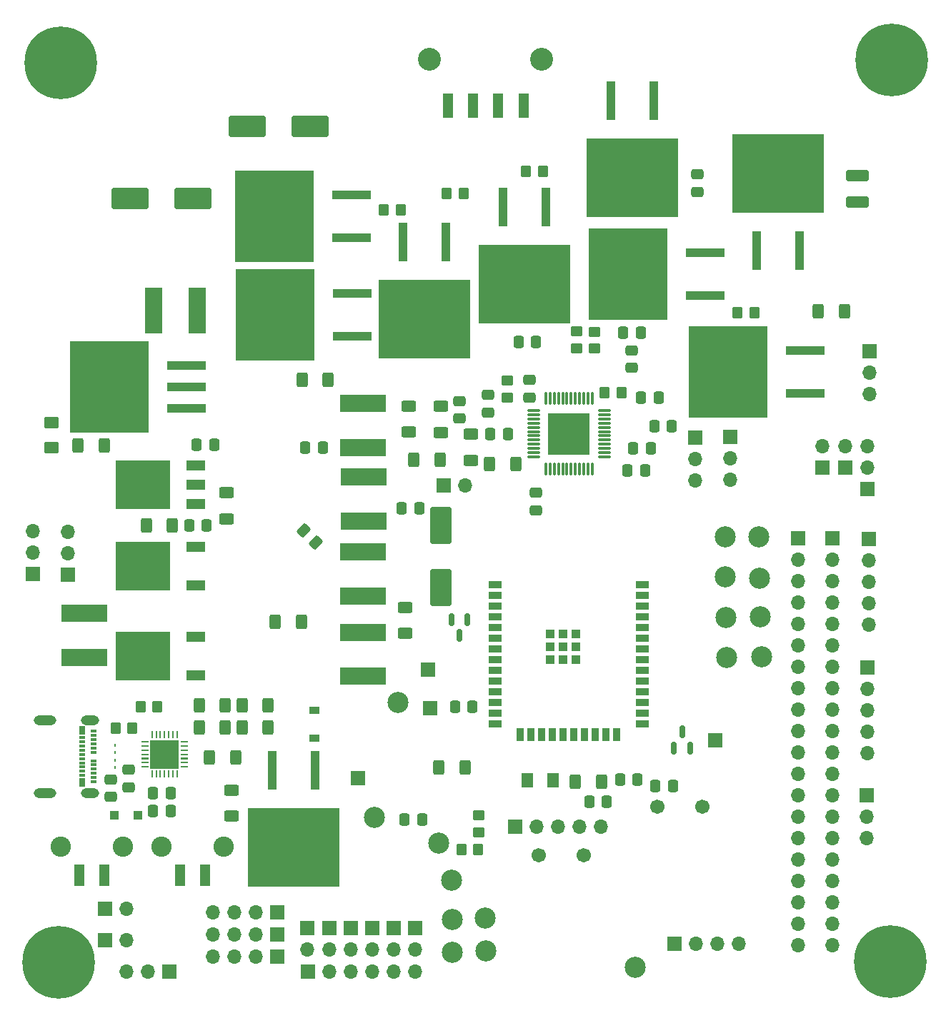
<source format=gbr>
%TF.GenerationSoftware,KiCad,Pcbnew,6.0.4-6f826c9f35~116~ubuntu20.04.1*%
%TF.CreationDate,2022-04-10T19:12:30+02:00*%
%TF.ProjectId,THEIA,54484549-412e-46b6-9963-61645f706362,rev?*%
%TF.SameCoordinates,Original*%
%TF.FileFunction,Soldermask,Top*%
%TF.FilePolarity,Negative*%
%FSLAX46Y46*%
G04 Gerber Fmt 4.6, Leading zero omitted, Abs format (unit mm)*
G04 Created by KiCad (PCBNEW 6.0.4-6f826c9f35~116~ubuntu20.04.1) date 2022-04-10 19:12:30*
%MOMM*%
%LPD*%
G01*
G04 APERTURE LIST*
G04 Aperture macros list*
%AMRoundRect*
0 Rectangle with rounded corners*
0 $1 Rounding radius*
0 $2 $3 $4 $5 $6 $7 $8 $9 X,Y pos of 4 corners*
0 Add a 4 corners polygon primitive as box body*
4,1,4,$2,$3,$4,$5,$6,$7,$8,$9,$2,$3,0*
0 Add four circle primitives for the rounded corners*
1,1,$1+$1,$2,$3*
1,1,$1+$1,$4,$5*
1,1,$1+$1,$6,$7*
1,1,$1+$1,$8,$9*
0 Add four rect primitives between the rounded corners*
20,1,$1+$1,$2,$3,$4,$5,0*
20,1,$1+$1,$4,$5,$6,$7,0*
20,1,$1+$1,$6,$7,$8,$9,0*
20,1,$1+$1,$8,$9,$2,$3,0*%
G04 Aperture macros list end*
%ADD10R,1.500000X0.900000*%
%ADD11R,0.900000X1.500000*%
%ADD12R,1.050000X1.050000*%
%ADD13R,1.700000X1.700000*%
%ADD14O,1.700000X1.700000*%
%ADD15RoundRect,0.250000X-0.400000X-0.625000X0.400000X-0.625000X0.400000X0.625000X-0.400000X0.625000X0*%
%ADD16RoundRect,0.250001X0.462499X0.624999X-0.462499X0.624999X-0.462499X-0.624999X0.462499X-0.624999X0*%
%ADD17C,1.701800*%
%ADD18C,0.900000*%
%ADD19C,8.600000*%
%ADD20RoundRect,0.250000X0.400000X0.625000X-0.400000X0.625000X-0.400000X-0.625000X0.400000X-0.625000X0*%
%ADD21R,1.100000X1.100000*%
%ADD22R,1.100000X4.600000*%
%ADD23R,10.800000X9.400000*%
%ADD24R,0.250000X0.360000*%
%ADD25R,5.520000X2.000000*%
%ADD26RoundRect,0.250000X0.574524X0.097227X0.097227X0.574524X-0.574524X-0.097227X-0.097227X-0.574524X0*%
%ADD27RoundRect,0.250000X0.625000X-0.400000X0.625000X0.400000X-0.625000X0.400000X-0.625000X-0.400000X0*%
%ADD28RoundRect,0.250000X-0.337500X-0.475000X0.337500X-0.475000X0.337500X0.475000X-0.337500X0.475000X0*%
%ADD29R,0.965200X0.254000*%
%ADD30R,0.254000X0.965200*%
%ADD31R,3.352800X3.352800*%
%ADD32RoundRect,0.250000X-0.350000X-0.450000X0.350000X-0.450000X0.350000X0.450000X-0.350000X0.450000X0*%
%ADD33RoundRect,0.250000X1.100000X-0.412500X1.100000X0.412500X-1.100000X0.412500X-1.100000X-0.412500X0*%
%ADD34RoundRect,0.250000X-0.475000X0.337500X-0.475000X-0.337500X0.475000X-0.337500X0.475000X0.337500X0*%
%ADD35RoundRect,0.250000X0.337500X0.475000X-0.337500X0.475000X-0.337500X-0.475000X0.337500X-0.475000X0*%
%ADD36RoundRect,0.250000X0.350000X0.450000X-0.350000X0.450000X-0.350000X-0.450000X0.350000X-0.450000X0*%
%ADD37C,0.660400*%
%ADD38O,2.667000X1.168400*%
%ADD39O,2.159000X1.168400*%
%ADD40R,0.762000X0.330200*%
%ADD41R,0.762000X1.041400*%
%ADD42C,2.500000*%
%ADD43R,4.600000X1.100000*%
%ADD44R,9.400000X10.800000*%
%ADD45RoundRect,0.150000X0.150000X-0.587500X0.150000X0.587500X-0.150000X0.587500X-0.150000X-0.587500X0*%
%ADD46RoundRect,0.075000X-0.662500X-0.075000X0.662500X-0.075000X0.662500X0.075000X-0.662500X0.075000X0*%
%ADD47RoundRect,0.075000X-0.075000X-0.662500X0.075000X-0.662500X0.075000X0.662500X-0.075000X0.662500X0*%
%ADD48R,5.000000X5.000000*%
%ADD49RoundRect,0.250000X0.450000X-0.350000X0.450000X0.350000X-0.450000X0.350000X-0.450000X-0.350000X0*%
%ADD50RoundRect,0.250000X-0.625000X0.400000X-0.625000X-0.400000X0.625000X-0.400000X0.625000X0.400000X0*%
%ADD51RoundRect,0.250001X-0.624999X0.462499X-0.624999X-0.462499X0.624999X-0.462499X0.624999X0.462499X0*%
%ADD52R,1.200000X0.900000*%
%ADD53R,2.200000X1.200000*%
%ADD54R,6.400000X5.800000*%
%ADD55R,2.000000X5.520000*%
%ADD56RoundRect,0.250000X0.475000X-0.337500X0.475000X0.337500X-0.475000X0.337500X-0.475000X-0.337500X0*%
%ADD57R,1.270000X2.920000*%
%ADD58C,2.710000*%
%ADD59C,2.410000*%
%ADD60R,1.270000X2.540000*%
%ADD61RoundRect,0.250000X1.950000X1.000000X-1.950000X1.000000X-1.950000X-1.000000X1.950000X-1.000000X0*%
%ADD62RoundRect,0.150000X-0.150000X0.587500X-0.150000X-0.587500X0.150000X-0.587500X0.150000X0.587500X0*%
%ADD63RoundRect,0.250000X1.000000X-1.950000X1.000000X1.950000X-1.000000X1.950000X-1.000000X-1.950000X0*%
G04 APERTURE END LIST*
D10*
%TO.C,U3*%
X161050000Y-111690000D03*
X161050000Y-112960000D03*
X161050000Y-114230000D03*
X161050000Y-115500000D03*
X161050000Y-116770000D03*
X161050000Y-118040000D03*
X161050000Y-119310000D03*
X161050000Y-120580000D03*
X161050000Y-121850000D03*
X161050000Y-123120000D03*
X161050000Y-124390000D03*
X161050000Y-125660000D03*
X161050000Y-126930000D03*
X161050000Y-128200000D03*
D11*
X164080000Y-129450000D03*
X165350000Y-129450000D03*
X166620000Y-129450000D03*
X167890000Y-129450000D03*
X169160000Y-129450000D03*
X170430000Y-129450000D03*
X171700000Y-129450000D03*
X172970000Y-129450000D03*
X174240000Y-129450000D03*
X175510000Y-129450000D03*
D10*
X178550000Y-128200000D03*
X178550000Y-126930000D03*
X178550000Y-125660000D03*
X178550000Y-124390000D03*
X178550000Y-123120000D03*
X178550000Y-121850000D03*
X178550000Y-120580000D03*
X178550000Y-119310000D03*
X178550000Y-118040000D03*
X178550000Y-116770000D03*
X178550000Y-115500000D03*
X178550000Y-114230000D03*
X178550000Y-112960000D03*
X178550000Y-111690000D03*
D12*
X169120000Y-120555000D03*
X167595000Y-120555000D03*
X169120000Y-119030000D03*
X167595000Y-119030000D03*
X170645000Y-119030000D03*
X169120000Y-117505000D03*
X167595000Y-117505000D03*
X170645000Y-120555000D03*
X170645000Y-117505000D03*
%TD*%
D13*
%TO.C,J7*%
X205232000Y-121539000D03*
D14*
X205232000Y-124079000D03*
X205232000Y-126619000D03*
X205232000Y-129159000D03*
X205232000Y-131699000D03*
%TD*%
D13*
%TO.C,J9*%
X205359000Y-106299000D03*
D14*
X205359000Y-108839000D03*
X205359000Y-111379000D03*
X205359000Y-113919000D03*
X205359000Y-116459000D03*
%TD*%
D15*
%TO.C,R3*%
X170611200Y-135051800D03*
X173711200Y-135051800D03*
%TD*%
D16*
%TO.C,D1*%
X167908300Y-134874000D03*
X164933300Y-134874000D03*
%TD*%
D17*
%TO.C,U2*%
X180306200Y-138069000D03*
X185606200Y-138069000D03*
%TD*%
D18*
%TO.C,H3*%
X208100000Y-52725000D03*
X211325000Y-49500000D03*
X205819581Y-47219581D03*
X210380419Y-47219581D03*
D19*
X208100000Y-49500000D03*
D18*
X208100000Y-46275000D03*
X210380419Y-51780419D03*
X205819581Y-51780419D03*
X204875000Y-49500000D03*
%TD*%
D20*
%TO.C,R27*%
X130352800Y-132181600D03*
X127252800Y-132181600D03*
%TD*%
D21*
%TO.C,D4*%
X118798800Y-139039600D03*
X115998800Y-139039600D03*
%TD*%
D22*
%TO.C,Q6*%
X167081200Y-66894400D03*
D23*
X164541200Y-76044400D03*
D22*
X162001200Y-66894400D03*
%TD*%
D15*
%TO.C,R21*%
X111683200Y-95199200D03*
X114783200Y-95199200D03*
%TD*%
D24*
%TO.C,D5*%
X116078000Y-130745600D03*
X116078000Y-131585600D03*
%TD*%
D18*
%TO.C,H4*%
X106175000Y-156500000D03*
X111680419Y-158780419D03*
X107119581Y-158780419D03*
X112625000Y-156500000D03*
X107119581Y-154219581D03*
D19*
X109400000Y-156500000D03*
D18*
X109400000Y-159725000D03*
X111680419Y-154219581D03*
X109400000Y-153275000D03*
%TD*%
D13*
%TO.C,JP6*%
X144018000Y-152400000D03*
D14*
X144018000Y-154940000D03*
%TD*%
D25*
%TO.C,C25*%
X145440400Y-113042200D03*
X145440400Y-107836200D03*
%TD*%
D26*
%TO.C,C7*%
X139877800Y-106705400D03*
X138410554Y-105238154D03*
%TD*%
D27*
%TO.C,R2*%
X150444200Y-117475600D03*
X150444200Y-114375600D03*
%TD*%
D28*
%TO.C,C2*%
X175873500Y-134848600D03*
X177948500Y-134848600D03*
%TD*%
D29*
%TO.C,U8*%
X119595089Y-130320267D03*
X119595089Y-130820266D03*
X119595089Y-131320268D03*
X119595089Y-131820267D03*
X119595089Y-132320266D03*
X119595089Y-132820268D03*
X119595089Y-133320267D03*
D30*
X120419189Y-134144367D03*
X120919188Y-134144367D03*
X121419190Y-134144367D03*
X121919189Y-134144367D03*
X122419188Y-134144367D03*
X122919190Y-134144367D03*
X123419189Y-134144367D03*
D29*
X124243289Y-133320267D03*
X124243289Y-132820268D03*
X124243289Y-132320266D03*
X124243289Y-131820267D03*
X124243289Y-131320268D03*
X124243289Y-130820266D03*
X124243289Y-130320267D03*
D30*
X123419189Y-129496167D03*
X122919190Y-129496167D03*
X122419188Y-129496167D03*
X121919189Y-129496167D03*
X121419190Y-129496167D03*
X120919188Y-129496167D03*
X120419189Y-129496167D03*
D31*
X121919189Y-131820267D03*
%TD*%
D13*
%TO.C,J13*%
X135305800Y-153212800D03*
D14*
X132765800Y-153212800D03*
X130225800Y-153212800D03*
X127685800Y-153212800D03*
%TD*%
D13*
%TO.C,J10*%
X138912600Y-157607000D03*
D14*
X141452600Y-157607000D03*
X143992600Y-157607000D03*
X146532600Y-157607000D03*
X149072600Y-157607000D03*
X151612600Y-157607000D03*
%TD*%
D32*
%TO.C,R13*%
X189804800Y-79425800D03*
X191804800Y-79425800D03*
%TD*%
D33*
%TO.C,C20*%
X204012800Y-66332500D03*
X204012800Y-63207500D03*
%TD*%
D34*
%TO.C,C24*%
X185039000Y-63046700D03*
X185039000Y-65121700D03*
%TD*%
D13*
%TO.C,J4*%
X205105000Y-136652000D03*
D14*
X205105000Y-139192000D03*
X205105000Y-141732000D03*
%TD*%
D28*
%TO.C,C3*%
X172241300Y-137414000D03*
X174316300Y-137414000D03*
%TD*%
D35*
%TO.C,C34*%
X122652700Y-138531600D03*
X120577700Y-138531600D03*
%TD*%
D13*
%TO.C,J14*%
X196977000Y-106172000D03*
D14*
X196977000Y-108712000D03*
X196977000Y-111252000D03*
X196977000Y-113792000D03*
X196977000Y-116332000D03*
X196977000Y-118872000D03*
X196977000Y-121412000D03*
X196977000Y-123952000D03*
X196977000Y-126492000D03*
X196977000Y-129032000D03*
X196977000Y-131572000D03*
X196977000Y-134112000D03*
X196977000Y-136652000D03*
X196977000Y-139192000D03*
X196977000Y-141732000D03*
X196977000Y-144272000D03*
X196977000Y-146812000D03*
X196977000Y-149352000D03*
X196977000Y-151892000D03*
X196977000Y-154432000D03*
%TD*%
D32*
%TO.C,R6*%
X155362400Y-65303400D03*
X157362400Y-65303400D03*
%TD*%
D36*
%TO.C,R19*%
X166760400Y-62687200D03*
X164760400Y-62687200D03*
%TD*%
D18*
%TO.C,H1*%
X205619581Y-154119581D03*
X207900000Y-153175000D03*
X207900000Y-159625000D03*
D19*
X207900000Y-156400000D03*
D18*
X210180419Y-154119581D03*
X210180419Y-158680419D03*
X204675000Y-156400000D03*
X205619581Y-158680419D03*
X211125000Y-156400000D03*
%TD*%
D37*
%TO.C,J25*%
X112593400Y-136400002D03*
X113584000Y-127759998D03*
X108478000Y-136400002D03*
X106979400Y-136400002D03*
X112593400Y-127759998D03*
X113584000Y-136400002D03*
X106979400Y-127759998D03*
X108478000Y-127759998D03*
D38*
X107728700Y-127759998D03*
X107728700Y-136400002D03*
D39*
X113088700Y-127759998D03*
X113088700Y-136400002D03*
D40*
X113467701Y-129080000D03*
X113467701Y-129579999D03*
X113467701Y-130080001D03*
X113467701Y-130580000D03*
X113467701Y-131079999D03*
X113467701Y-131580000D03*
X113467701Y-132580000D03*
X113467701Y-133080001D03*
X113467701Y-133580000D03*
X113467701Y-134079999D03*
X113467701Y-134580001D03*
X113467701Y-135080000D03*
D41*
X112167699Y-135180000D03*
D40*
X112167699Y-134330001D03*
X112167699Y-133829999D03*
X112167699Y-133330000D03*
X112167699Y-132830001D03*
X112167699Y-132330000D03*
X112167699Y-131830000D03*
X112167699Y-131329999D03*
X112167699Y-130830000D03*
X112167699Y-130330001D03*
X112167699Y-129829999D03*
D41*
X112167699Y-128980000D03*
%TD*%
D13*
%TO.C,JP2*%
X114853800Y-150164800D03*
D14*
X117393800Y-150164800D03*
%TD*%
D22*
%TO.C,Q3*%
X179851000Y-54336600D03*
D23*
X177311000Y-63486600D03*
D22*
X174771000Y-54336600D03*
%TD*%
D15*
%TO.C,R24*%
X154406000Y-133350000D03*
X157506000Y-133350000D03*
%TD*%
D13*
%TO.C,J22*%
X106324400Y-110475000D03*
D14*
X106324400Y-107935000D03*
X106324400Y-105395000D03*
%TD*%
D42*
%TO.C,TP8*%
X192709800Y-120294400D03*
%TD*%
D25*
%TO.C,C27*%
X145440400Y-90208600D03*
X145440400Y-95414600D03*
%TD*%
D43*
%TO.C,Q5*%
X144103400Y-70586600D03*
D44*
X134953400Y-68046600D03*
D43*
X144103400Y-65506600D03*
%TD*%
D25*
%TO.C,C30*%
X145440400Y-122541800D03*
X145440400Y-117335800D03*
%TD*%
D45*
%TO.C,Q10*%
X182285600Y-131061100D03*
X184185600Y-131061100D03*
X183235600Y-129186100D03*
%TD*%
D42*
%TO.C,TP13*%
X188468000Y-115595400D03*
%TD*%
D46*
%TO.C,IC1*%
X165687300Y-91052200D03*
X165687300Y-91552200D03*
X165687300Y-92052200D03*
X165687300Y-92552200D03*
X165687300Y-93052200D03*
X165687300Y-93552200D03*
X165687300Y-94052200D03*
X165687300Y-94552200D03*
X165687300Y-95052200D03*
X165687300Y-95552200D03*
X165687300Y-96052200D03*
X165687300Y-96552200D03*
D47*
X167099800Y-97964700D03*
X167599800Y-97964700D03*
X168099800Y-97964700D03*
X168599800Y-97964700D03*
X169099800Y-97964700D03*
X169599800Y-97964700D03*
X170099800Y-97964700D03*
X170599800Y-97964700D03*
X171099800Y-97964700D03*
X171599800Y-97964700D03*
X172099800Y-97964700D03*
X172599800Y-97964700D03*
D46*
X174012300Y-96552200D03*
X174012300Y-96052200D03*
X174012300Y-95552200D03*
X174012300Y-95052200D03*
X174012300Y-94552200D03*
X174012300Y-94052200D03*
X174012300Y-93552200D03*
X174012300Y-93052200D03*
X174012300Y-92552200D03*
X174012300Y-92052200D03*
X174012300Y-91552200D03*
X174012300Y-91052200D03*
D47*
X172599800Y-89639700D03*
X172099800Y-89639700D03*
X171599800Y-89639700D03*
X171099800Y-89639700D03*
X170599800Y-89639700D03*
X170099800Y-89639700D03*
X169599800Y-89639700D03*
X169099800Y-89639700D03*
X168599800Y-89639700D03*
X168099800Y-89639700D03*
X167599800Y-89639700D03*
X167099800Y-89639700D03*
D48*
X169849800Y-93802200D03*
%TD*%
D42*
%TO.C,TP5*%
X154406600Y-142341600D03*
%TD*%
D28*
%TO.C,C11*%
X176762500Y-98196400D03*
X178837500Y-98196400D03*
%TD*%
D49*
%TO.C,R8*%
X170713400Y-83677000D03*
X170713400Y-81677000D03*
%TD*%
D20*
%TO.C,R26*%
X129108800Y-125984000D03*
X126008800Y-125984000D03*
%TD*%
D18*
%TO.C,H2*%
X109600000Y-53025000D03*
X112825000Y-49800000D03*
X111880419Y-47519581D03*
X106375000Y-49800000D03*
D19*
X109600000Y-49800000D03*
D18*
X111880419Y-52080419D03*
X107319581Y-52080419D03*
X109600000Y-46575000D03*
X107319581Y-47519581D03*
%TD*%
D43*
%TO.C,Q7*%
X197849800Y-89001600D03*
D44*
X188699800Y-86461600D03*
D43*
X197849800Y-83921600D03*
%TD*%
D27*
%TO.C,R5*%
X158216600Y-96977800D03*
X158216600Y-93877800D03*
%TD*%
D35*
%TO.C,C14*%
X180463100Y-89535000D03*
X178388100Y-89535000D03*
%TD*%
D13*
%TO.C,JP4*%
X202568236Y-97815401D03*
D14*
X202568236Y-95275401D03*
%TD*%
D50*
%TO.C,R12*%
X150825200Y-90525000D03*
X150825200Y-93625000D03*
%TD*%
D34*
%TO.C,C19*%
X177266600Y-83900100D03*
X177266600Y-85975100D03*
%TD*%
D15*
%TO.C,R23*%
X119760400Y-104698800D03*
X122860400Y-104698800D03*
%TD*%
D42*
%TO.C,TP17*%
X146761200Y-139293600D03*
%TD*%
D49*
%TO.C,R17*%
X172872400Y-83702400D03*
X172872400Y-81702400D03*
%TD*%
D35*
%TO.C,C15*%
X182034000Y-92913200D03*
X179959000Y-92913200D03*
%TD*%
D51*
%TO.C,D3*%
X108508800Y-92492500D03*
X108508800Y-95467500D03*
%TD*%
D42*
%TO.C,TP6*%
X159969200Y-155143200D03*
%TD*%
D15*
%TO.C,R11*%
X151434200Y-96850200D03*
X154534200Y-96850200D03*
%TD*%
D52*
%TO.C,D2*%
X139700000Y-126620000D03*
X139700000Y-129920000D03*
%TD*%
D42*
%TO.C,TP11*%
X192354200Y-106019600D03*
%TD*%
D15*
%TO.C,R9*%
X160425800Y-97409000D03*
X163525800Y-97409000D03*
%TD*%
D42*
%TO.C,TP4*%
X177673000Y-157099000D03*
%TD*%
D17*
%TO.C,U1*%
X166285400Y-143809400D03*
X171585400Y-143809400D03*
%TD*%
D50*
%TO.C,R20*%
X129844800Y-136067200D03*
X129844800Y-139167200D03*
%TD*%
D28*
%TO.C,C29*%
X125708500Y-95148400D03*
X127783500Y-95148400D03*
%TD*%
D53*
%TO.C,U6*%
X125612000Y-102102000D03*
D54*
X119312000Y-99822000D03*
D53*
X125612000Y-99822000D03*
X125612000Y-97542000D03*
%TD*%
D13*
%TO.C,JP10*%
X141478000Y-152395000D03*
D14*
X141478000Y-154935000D03*
%TD*%
D13*
%TO.C,JP1*%
X114858800Y-153873200D03*
D14*
X117398800Y-153873200D03*
%TD*%
D13*
%TO.C,J24*%
X187147200Y-130149600D03*
%TD*%
%TO.C,J12*%
X135305800Y-150545800D03*
D14*
X132765800Y-150545800D03*
X130225800Y-150545800D03*
X127685800Y-150545800D03*
%TD*%
D28*
%TO.C,C6*%
X150016300Y-102666800D03*
X152091300Y-102666800D03*
%TD*%
D15*
%TO.C,R32*%
X126008800Y-128676400D03*
X129108800Y-128676400D03*
%TD*%
D42*
%TO.C,TP2*%
X156006800Y-151434800D03*
%TD*%
D35*
%TO.C,C1*%
X182139500Y-135559800D03*
X180064500Y-135559800D03*
%TD*%
D55*
%TO.C,C28*%
X125793000Y-79197200D03*
X120587000Y-79197200D03*
%TD*%
D42*
%TO.C,TP7*%
X188544200Y-120319800D03*
%TD*%
D29*
%TO.C,U8*%
X119595900Y-130326000D03*
X119595900Y-130825999D03*
X119595900Y-131326001D03*
X119595900Y-131826000D03*
X119595900Y-132325999D03*
X119595900Y-132826001D03*
X119595900Y-133326000D03*
D30*
X120420000Y-134150100D03*
X120919999Y-134150100D03*
X121420001Y-134150100D03*
X121920000Y-134150100D03*
X122419999Y-134150100D03*
X122920001Y-134150100D03*
X123420000Y-134150100D03*
D29*
X124244100Y-133326000D03*
X124244100Y-132826001D03*
X124244100Y-132325999D03*
X124244100Y-131826000D03*
X124244100Y-131326001D03*
X124244100Y-130825999D03*
X124244100Y-130326000D03*
D30*
X123420000Y-129501900D03*
X122920001Y-129501900D03*
X122419999Y-129501900D03*
X121920000Y-129501900D03*
X121420001Y-129501900D03*
X120919999Y-129501900D03*
X120420000Y-129501900D03*
D31*
X121920000Y-131826000D03*
%TD*%
D56*
%TO.C,C12*%
X165887400Y-102870000D03*
X165887400Y-100795000D03*
%TD*%
%TO.C,C16*%
X165125400Y-89505700D03*
X165125400Y-87430700D03*
%TD*%
D13*
%TO.C,JP7*%
X151612600Y-152400000D03*
D14*
X151612600Y-154940000D03*
%TD*%
D13*
%TO.C,J15*%
X201091800Y-106222800D03*
D14*
X201091800Y-108762800D03*
X201091800Y-111302800D03*
X201091800Y-113842800D03*
X201091800Y-116382800D03*
X201091800Y-118922800D03*
X201091800Y-121462800D03*
X201091800Y-124002800D03*
X201091800Y-126542800D03*
X201091800Y-129082800D03*
X201091800Y-131622800D03*
X201091800Y-134162800D03*
X201091800Y-136702800D03*
X201091800Y-139242800D03*
X201091800Y-141782800D03*
X201091800Y-144322800D03*
X201091800Y-146862800D03*
X201091800Y-149402800D03*
X201091800Y-151942800D03*
X201091800Y-154482800D03*
%TD*%
D13*
%TO.C,J11*%
X135295800Y-155854400D03*
D14*
X132755800Y-155854400D03*
X130215800Y-155854400D03*
X127675800Y-155854400D03*
%TD*%
D42*
%TO.C,TP9*%
X192481200Y-115544600D03*
%TD*%
D34*
%TO.C,C37*%
X115570000Y-134801700D03*
X115570000Y-136876700D03*
%TD*%
D24*
%TO.C,D6*%
X116078000Y-133414400D03*
X116078000Y-132574400D03*
%TD*%
D57*
%TO.C,J6*%
X155469200Y-54878600D03*
X158469200Y-54878600D03*
X161469200Y-54878600D03*
X164469200Y-54878600D03*
D58*
X166619200Y-49408600D03*
X153319200Y-49408600D03*
%TD*%
D42*
%TO.C,TP15*%
X155923573Y-146743450D03*
%TD*%
D59*
%TO.C,J18*%
X116943112Y-142748040D03*
X109643112Y-142748040D03*
D60*
X111793112Y-146168040D03*
X114793112Y-146168040D03*
%TD*%
D43*
%TO.C,U5*%
X124520000Y-90805000D03*
D44*
X115370000Y-88265000D03*
D43*
X124520000Y-88265000D03*
X124520000Y-85725000D03*
%TD*%
D56*
%TO.C,C8*%
X160248600Y-91258300D03*
X160248600Y-89183300D03*
%TD*%
D32*
%TO.C,R31*%
X119065800Y-126212600D03*
X121065800Y-126212600D03*
%TD*%
D22*
%TO.C,Q8*%
X192100200Y-72069000D03*
D23*
X194640200Y-62919000D03*
D22*
X197180200Y-72069000D03*
%TD*%
D13*
%TO.C,J20*%
X144830800Y-134670800D03*
%TD*%
D15*
%TO.C,R25*%
X135051200Y-116078000D03*
X138151200Y-116078000D03*
%TD*%
D34*
%TO.C,C36*%
X117652800Y-133633300D03*
X117652800Y-135708300D03*
%TD*%
D13*
%TO.C,J5*%
X205460600Y-84038199D03*
D14*
X205460600Y-86578199D03*
X205460600Y-89118199D03*
%TD*%
D25*
%TO.C,C32*%
X112420400Y-115100600D03*
X112420400Y-120306600D03*
%TD*%
D61*
%TO.C,C22*%
X125239000Y-65913000D03*
X117839000Y-65913000D03*
%TD*%
D49*
%TO.C,R1*%
X159105600Y-141055600D03*
X159105600Y-139055600D03*
%TD*%
D35*
%TO.C,C18*%
X165934300Y-82931000D03*
X163859300Y-82931000D03*
%TD*%
%TO.C,C13*%
X179523300Y-95554800D03*
X177448300Y-95554800D03*
%TD*%
D32*
%TO.C,R4*%
X157089600Y-143103600D03*
X159089600Y-143103600D03*
%TD*%
D50*
%TO.C,R10*%
X154660600Y-90575800D03*
X154660600Y-93675800D03*
%TD*%
D43*
%TO.C,Q1*%
X144164400Y-82213400D03*
D44*
X135014400Y-79673400D03*
D43*
X144164400Y-77133400D03*
%TD*%
D42*
%TO.C,TP12*%
X192379600Y-110921800D03*
%TD*%
D13*
%TO.C,JP9*%
X149098000Y-152400000D03*
D14*
X149098000Y-154940000D03*
%TD*%
D13*
%TO.C,J21*%
X110439200Y-110525800D03*
D14*
X110439200Y-107985800D03*
X110439200Y-105445800D03*
%TD*%
D61*
%TO.C,C21*%
X139132800Y-57378600D03*
X131732800Y-57378600D03*
%TD*%
D34*
%TO.C,C9*%
X156870400Y-89919900D03*
X156870400Y-91994900D03*
%TD*%
D28*
%TO.C,C17*%
X176254500Y-81813400D03*
X178329500Y-81813400D03*
%TD*%
D35*
%TO.C,C10*%
X162581500Y-93878400D03*
X160506500Y-93878400D03*
%TD*%
D13*
%TO.C,J3*%
X182382000Y-154305000D03*
D14*
X184922000Y-154305000D03*
X187462000Y-154305000D03*
X190002000Y-154305000D03*
%TD*%
D42*
%TO.C,TP16*%
X149606000Y-125679200D03*
%TD*%
D49*
%TO.C,R7*%
X162560000Y-89493600D03*
X162560000Y-87493600D03*
%TD*%
D28*
%TO.C,C23*%
X138586300Y-95453200D03*
X140661300Y-95453200D03*
%TD*%
D13*
%TO.C,J1*%
X122504200Y-157581600D03*
D14*
X119964200Y-157581600D03*
X117424200Y-157581600D03*
%TD*%
D13*
%TO.C,JP11*%
X155036600Y-99898200D03*
D14*
X157576600Y-99898200D03*
%TD*%
D59*
%TO.C,SW1*%
X121581112Y-142748040D03*
X128881112Y-142748040D03*
D60*
X123731112Y-146168040D03*
X126731112Y-146168040D03*
%TD*%
D43*
%TO.C,Q4*%
X185998200Y-77374800D03*
D44*
X176848200Y-74834800D03*
D43*
X185998200Y-72294800D03*
%TD*%
D42*
%TO.C,TP3*%
X156006800Y-155346400D03*
%TD*%
D20*
%TO.C,R29*%
X134188800Y-128676400D03*
X131088800Y-128676400D03*
%TD*%
D13*
%TO.C,J19*%
X153416000Y-126339600D03*
%TD*%
%TO.C,J17*%
X188950600Y-94208600D03*
D14*
X188950600Y-96748600D03*
X188950600Y-99288600D03*
%TD*%
D35*
%TO.C,C31*%
X126898400Y-104698800D03*
X124823400Y-104698800D03*
%TD*%
D32*
%TO.C,R16*%
X174047400Y-88925400D03*
X176047400Y-88925400D03*
%TD*%
D13*
%TO.C,J8*%
X163454000Y-140385800D03*
D14*
X165994000Y-140385800D03*
X168534000Y-140385800D03*
X171074000Y-140385800D03*
X173614000Y-140385800D03*
%TD*%
D35*
%TO.C,C35*%
X122652700Y-136398000D03*
X120577700Y-136398000D03*
%TD*%
D32*
%TO.C,R30*%
X116094000Y-128727200D03*
X118094000Y-128727200D03*
%TD*%
D20*
%TO.C,R28*%
X134188800Y-125984000D03*
X131088800Y-125984000D03*
%TD*%
D28*
%TO.C,C4*%
X156340900Y-126187200D03*
X158415900Y-126187200D03*
%TD*%
%TO.C,C5*%
X150346500Y-139547600D03*
X152421500Y-139547600D03*
%TD*%
D32*
%TO.C,R18*%
X147894800Y-67259200D03*
X149894800Y-67259200D03*
%TD*%
D13*
%TO.C,JP3*%
X199872601Y-97815401D03*
D14*
X199872601Y-95275401D03*
%TD*%
D53*
%TO.C,U4*%
X125612000Y-111754000D03*
D54*
X119312000Y-109474000D03*
D53*
X125612000Y-107194000D03*
%TD*%
D62*
%TO.C,Q11*%
X157820400Y-115876500D03*
X155920400Y-115876500D03*
X156870400Y-117751500D03*
%TD*%
D13*
%TO.C,J16*%
X184835800Y-94284800D03*
D14*
X184835800Y-96824800D03*
X184835800Y-99364800D03*
%TD*%
D22*
%TO.C,Q9*%
X139719000Y-133737000D03*
D23*
X137179000Y-142887000D03*
D22*
X134639000Y-133737000D03*
%TD*%
D63*
%TO.C,C33*%
X154686000Y-112081200D03*
X154686000Y-104681200D03*
%TD*%
D13*
%TO.C,J23*%
X153111200Y-121818400D03*
%TD*%
D50*
%TO.C,R22*%
X129235200Y-100812000D03*
X129235200Y-103912000D03*
%TD*%
D13*
%TO.C,JP8*%
X146558000Y-152395000D03*
D14*
X146558000Y-154935000D03*
%TD*%
D13*
%TO.C,J2*%
X205206600Y-100355400D03*
D14*
X205206600Y-97815400D03*
X205206600Y-95275400D03*
%TD*%
D25*
%TO.C,C26*%
X145491200Y-104152200D03*
X145491200Y-98946200D03*
%TD*%
D42*
%TO.C,TP14*%
X188391800Y-110794800D03*
%TD*%
D20*
%TO.C,R15*%
X202464000Y-79273400D03*
X199364000Y-79273400D03*
%TD*%
D13*
%TO.C,JP5*%
X138811000Y-152395000D03*
D14*
X138811000Y-154935000D03*
%TD*%
D53*
%TO.C,U7*%
X125612000Y-122422000D03*
D54*
X119312000Y-120142000D03*
D53*
X125612000Y-117862000D03*
%TD*%
D42*
%TO.C,TP1*%
X159918400Y-151282400D03*
%TD*%
D22*
%TO.C,Q2*%
X155225800Y-71025800D03*
D23*
X152685800Y-80175800D03*
D22*
X150145800Y-71025800D03*
%TD*%
D15*
%TO.C,R14*%
X138200800Y-87426800D03*
X141300800Y-87426800D03*
%TD*%
D42*
%TO.C,TP10*%
X188391800Y-106070400D03*
%TD*%
M02*

</source>
